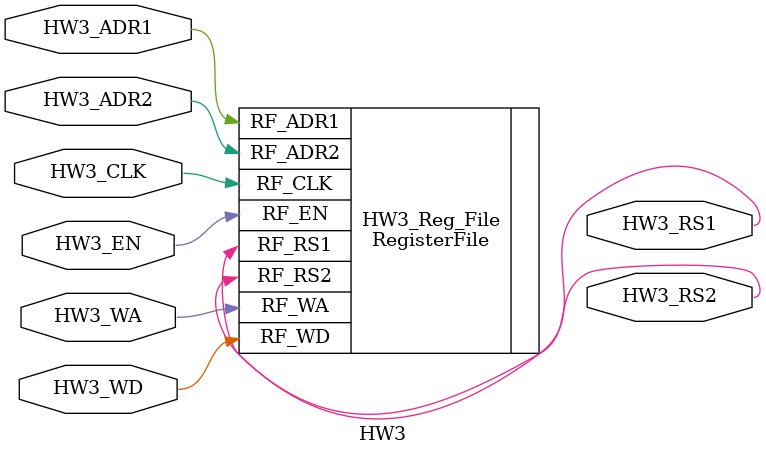
<source format=sv>
`timescale 1ns / 1ps


module HW3(
    input HW3_ADR1,
    input HW3_ADR2,
    input HW3_WA,
    input HW3_WD,
    input HW3_EN,
    input HW3_CLK,
    output HW3_RS1,
    output HW3_RS2
    );
    
    RegisterFile HW3_Reg_File (.RF_ADR1(HW3_ADR1),.RF_ADR2(HW3_ADR2),.RF_WA(HW3_WA),.RF_WD(HW3_WD),.RF_EN(HW3_EN),.RF_CLK(HW3_CLK),.RF_RS1(HW3_RS1),.RF_RS2(HW3_RS2));

endmodule

</source>
